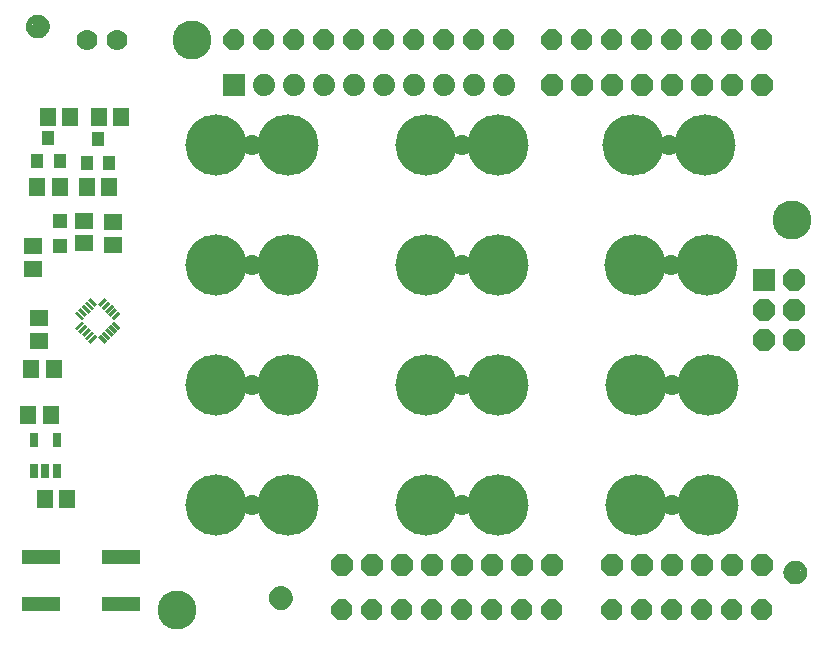
<source format=gbr>
G04 EAGLE Gerber RS-274X export*
G75*
%MOMM*%
%FSLAX34Y34*%
%LPD*%
%INSoldermask Top*%
%IPPOS*%
%AMOC8*
5,1,8,0,0,1.08239X$1,22.5*%
G01*
%ADD10C,3.301600*%
%ADD11P,1.924489X8X22.500000*%
%ADD12P,2.034460X8X22.500000*%
%ADD13R,1.879600X1.879600*%
%ADD14P,2.034460X8X292.500000*%
%ADD15C,1.879600*%
%ADD16P,2.034460X8X112.500000*%
%ADD17C,1.101600*%
%ADD18C,0.500000*%
%ADD19R,3.301600X1.301600*%
%ADD20R,0.801600X0.301600*%
%ADD21R,1.601600X1.401600*%
%ADD22R,1.401600X1.601600*%
%ADD23R,1.301600X1.301600*%
%ADD24C,5.181600*%
%ADD25C,1.778000*%
%ADD26R,0.651600X1.301600*%
%ADD27R,1.101600X1.301600*%


D10*
X152400Y508000D03*
X139700Y25400D03*
X660400Y355600D03*
D11*
X533400Y508000D03*
X508000Y25400D03*
X558800Y508000D03*
X584200Y508000D03*
X609600Y508000D03*
X635000Y508000D03*
X508000Y508000D03*
X482600Y508000D03*
X457200Y508000D03*
X416560Y508000D03*
X391160Y508000D03*
X365760Y508000D03*
X340360Y508000D03*
X314960Y508000D03*
X289560Y508000D03*
X264160Y508000D03*
X238760Y508000D03*
X533400Y25400D03*
X558800Y25400D03*
X584200Y25400D03*
X609600Y25400D03*
X635000Y25400D03*
X457200Y25400D03*
X431800Y25400D03*
X406400Y25400D03*
X381000Y25400D03*
X355600Y25400D03*
X330200Y25400D03*
X213360Y508000D03*
X187960Y508000D03*
X304800Y25400D03*
X279400Y25400D03*
D12*
X661670Y279400D03*
X636270Y279400D03*
D13*
X636270Y304800D03*
D12*
X661670Y304800D03*
X661670Y254000D03*
X636270Y254000D03*
D14*
X457200Y63500D03*
X431800Y63500D03*
X406400Y63500D03*
X381000Y63500D03*
X355600Y63500D03*
X330200Y63500D03*
X304800Y63500D03*
X279400Y63500D03*
D13*
X187960Y469900D03*
D15*
X213360Y469900D03*
X238760Y469900D03*
X264160Y469900D03*
X289560Y469900D03*
X314960Y469900D03*
X340360Y469900D03*
X365760Y469900D03*
X391160Y469900D03*
X416560Y469900D03*
D16*
X457200Y469900D03*
X482600Y469900D03*
X508000Y469900D03*
X533400Y469900D03*
X558800Y469900D03*
X584200Y469900D03*
X609600Y469900D03*
X635000Y469900D03*
D14*
X635000Y63500D03*
X609600Y63500D03*
X584200Y63500D03*
X558800Y63500D03*
X533400Y63500D03*
X508000Y63500D03*
D17*
X662940Y57150D03*
D18*
X662940Y64650D02*
X662759Y64648D01*
X662578Y64641D01*
X662397Y64630D01*
X662216Y64615D01*
X662036Y64595D01*
X661856Y64571D01*
X661677Y64543D01*
X661499Y64510D01*
X661322Y64473D01*
X661145Y64432D01*
X660970Y64387D01*
X660795Y64337D01*
X660622Y64283D01*
X660451Y64225D01*
X660280Y64163D01*
X660112Y64096D01*
X659945Y64026D01*
X659779Y63952D01*
X659616Y63873D01*
X659455Y63791D01*
X659295Y63705D01*
X659138Y63615D01*
X658983Y63521D01*
X658830Y63424D01*
X658680Y63322D01*
X658532Y63218D01*
X658386Y63109D01*
X658244Y62998D01*
X658104Y62882D01*
X657967Y62764D01*
X657832Y62642D01*
X657701Y62517D01*
X657573Y62389D01*
X657448Y62258D01*
X657326Y62123D01*
X657208Y61986D01*
X657092Y61846D01*
X656981Y61704D01*
X656872Y61558D01*
X656768Y61410D01*
X656666Y61260D01*
X656569Y61107D01*
X656475Y60952D01*
X656385Y60795D01*
X656299Y60635D01*
X656217Y60474D01*
X656138Y60311D01*
X656064Y60145D01*
X655994Y59978D01*
X655927Y59810D01*
X655865Y59639D01*
X655807Y59468D01*
X655753Y59295D01*
X655703Y59120D01*
X655658Y58945D01*
X655617Y58768D01*
X655580Y58591D01*
X655547Y58413D01*
X655519Y58234D01*
X655495Y58054D01*
X655475Y57874D01*
X655460Y57693D01*
X655449Y57512D01*
X655442Y57331D01*
X655440Y57150D01*
X662940Y64650D02*
X663121Y64648D01*
X663302Y64641D01*
X663483Y64630D01*
X663664Y64615D01*
X663844Y64595D01*
X664024Y64571D01*
X664203Y64543D01*
X664381Y64510D01*
X664558Y64473D01*
X664735Y64432D01*
X664910Y64387D01*
X665085Y64337D01*
X665258Y64283D01*
X665429Y64225D01*
X665600Y64163D01*
X665768Y64096D01*
X665935Y64026D01*
X666101Y63952D01*
X666264Y63873D01*
X666425Y63791D01*
X666585Y63705D01*
X666742Y63615D01*
X666897Y63521D01*
X667050Y63424D01*
X667200Y63322D01*
X667348Y63218D01*
X667494Y63109D01*
X667636Y62998D01*
X667776Y62882D01*
X667913Y62764D01*
X668048Y62642D01*
X668179Y62517D01*
X668307Y62389D01*
X668432Y62258D01*
X668554Y62123D01*
X668672Y61986D01*
X668788Y61846D01*
X668899Y61704D01*
X669008Y61558D01*
X669112Y61410D01*
X669214Y61260D01*
X669311Y61107D01*
X669405Y60952D01*
X669495Y60795D01*
X669581Y60635D01*
X669663Y60474D01*
X669742Y60311D01*
X669816Y60145D01*
X669886Y59978D01*
X669953Y59810D01*
X670015Y59639D01*
X670073Y59468D01*
X670127Y59295D01*
X670177Y59120D01*
X670222Y58945D01*
X670263Y58768D01*
X670300Y58591D01*
X670333Y58413D01*
X670361Y58234D01*
X670385Y58054D01*
X670405Y57874D01*
X670420Y57693D01*
X670431Y57512D01*
X670438Y57331D01*
X670440Y57150D01*
X670438Y56969D01*
X670431Y56788D01*
X670420Y56607D01*
X670405Y56426D01*
X670385Y56246D01*
X670361Y56066D01*
X670333Y55887D01*
X670300Y55709D01*
X670263Y55532D01*
X670222Y55355D01*
X670177Y55180D01*
X670127Y55005D01*
X670073Y54832D01*
X670015Y54661D01*
X669953Y54490D01*
X669886Y54322D01*
X669816Y54155D01*
X669742Y53989D01*
X669663Y53826D01*
X669581Y53665D01*
X669495Y53505D01*
X669405Y53348D01*
X669311Y53193D01*
X669214Y53040D01*
X669112Y52890D01*
X669008Y52742D01*
X668899Y52596D01*
X668788Y52454D01*
X668672Y52314D01*
X668554Y52177D01*
X668432Y52042D01*
X668307Y51911D01*
X668179Y51783D01*
X668048Y51658D01*
X667913Y51536D01*
X667776Y51418D01*
X667636Y51302D01*
X667494Y51191D01*
X667348Y51082D01*
X667200Y50978D01*
X667050Y50876D01*
X666897Y50779D01*
X666742Y50685D01*
X666585Y50595D01*
X666425Y50509D01*
X666264Y50427D01*
X666101Y50348D01*
X665935Y50274D01*
X665768Y50204D01*
X665600Y50137D01*
X665429Y50075D01*
X665258Y50017D01*
X665085Y49963D01*
X664910Y49913D01*
X664735Y49868D01*
X664558Y49827D01*
X664381Y49790D01*
X664203Y49757D01*
X664024Y49729D01*
X663844Y49705D01*
X663664Y49685D01*
X663483Y49670D01*
X663302Y49659D01*
X663121Y49652D01*
X662940Y49650D01*
X662759Y49652D01*
X662578Y49659D01*
X662397Y49670D01*
X662216Y49685D01*
X662036Y49705D01*
X661856Y49729D01*
X661677Y49757D01*
X661499Y49790D01*
X661322Y49827D01*
X661145Y49868D01*
X660970Y49913D01*
X660795Y49963D01*
X660622Y50017D01*
X660451Y50075D01*
X660280Y50137D01*
X660112Y50204D01*
X659945Y50274D01*
X659779Y50348D01*
X659616Y50427D01*
X659455Y50509D01*
X659295Y50595D01*
X659138Y50685D01*
X658983Y50779D01*
X658830Y50876D01*
X658680Y50978D01*
X658532Y51082D01*
X658386Y51191D01*
X658244Y51302D01*
X658104Y51418D01*
X657967Y51536D01*
X657832Y51658D01*
X657701Y51783D01*
X657573Y51911D01*
X657448Y52042D01*
X657326Y52177D01*
X657208Y52314D01*
X657092Y52454D01*
X656981Y52596D01*
X656872Y52742D01*
X656768Y52890D01*
X656666Y53040D01*
X656569Y53193D01*
X656475Y53348D01*
X656385Y53505D01*
X656299Y53665D01*
X656217Y53826D01*
X656138Y53989D01*
X656064Y54155D01*
X655994Y54322D01*
X655927Y54490D01*
X655865Y54661D01*
X655807Y54832D01*
X655753Y55005D01*
X655703Y55180D01*
X655658Y55355D01*
X655617Y55532D01*
X655580Y55709D01*
X655547Y55887D01*
X655519Y56066D01*
X655495Y56246D01*
X655475Y56426D01*
X655460Y56607D01*
X655449Y56788D01*
X655442Y56969D01*
X655440Y57150D01*
D17*
X21590Y519430D03*
D18*
X21590Y526930D02*
X21409Y526928D01*
X21228Y526921D01*
X21047Y526910D01*
X20866Y526895D01*
X20686Y526875D01*
X20506Y526851D01*
X20327Y526823D01*
X20149Y526790D01*
X19972Y526753D01*
X19795Y526712D01*
X19620Y526667D01*
X19445Y526617D01*
X19272Y526563D01*
X19101Y526505D01*
X18930Y526443D01*
X18762Y526376D01*
X18595Y526306D01*
X18429Y526232D01*
X18266Y526153D01*
X18105Y526071D01*
X17945Y525985D01*
X17788Y525895D01*
X17633Y525801D01*
X17480Y525704D01*
X17330Y525602D01*
X17182Y525498D01*
X17036Y525389D01*
X16894Y525278D01*
X16754Y525162D01*
X16617Y525044D01*
X16482Y524922D01*
X16351Y524797D01*
X16223Y524669D01*
X16098Y524538D01*
X15976Y524403D01*
X15858Y524266D01*
X15742Y524126D01*
X15631Y523984D01*
X15522Y523838D01*
X15418Y523690D01*
X15316Y523540D01*
X15219Y523387D01*
X15125Y523232D01*
X15035Y523075D01*
X14949Y522915D01*
X14867Y522754D01*
X14788Y522591D01*
X14714Y522425D01*
X14644Y522258D01*
X14577Y522090D01*
X14515Y521919D01*
X14457Y521748D01*
X14403Y521575D01*
X14353Y521400D01*
X14308Y521225D01*
X14267Y521048D01*
X14230Y520871D01*
X14197Y520693D01*
X14169Y520514D01*
X14145Y520334D01*
X14125Y520154D01*
X14110Y519973D01*
X14099Y519792D01*
X14092Y519611D01*
X14090Y519430D01*
X21590Y526930D02*
X21771Y526928D01*
X21952Y526921D01*
X22133Y526910D01*
X22314Y526895D01*
X22494Y526875D01*
X22674Y526851D01*
X22853Y526823D01*
X23031Y526790D01*
X23208Y526753D01*
X23385Y526712D01*
X23560Y526667D01*
X23735Y526617D01*
X23908Y526563D01*
X24079Y526505D01*
X24250Y526443D01*
X24418Y526376D01*
X24585Y526306D01*
X24751Y526232D01*
X24914Y526153D01*
X25075Y526071D01*
X25235Y525985D01*
X25392Y525895D01*
X25547Y525801D01*
X25700Y525704D01*
X25850Y525602D01*
X25998Y525498D01*
X26144Y525389D01*
X26286Y525278D01*
X26426Y525162D01*
X26563Y525044D01*
X26698Y524922D01*
X26829Y524797D01*
X26957Y524669D01*
X27082Y524538D01*
X27204Y524403D01*
X27322Y524266D01*
X27438Y524126D01*
X27549Y523984D01*
X27658Y523838D01*
X27762Y523690D01*
X27864Y523540D01*
X27961Y523387D01*
X28055Y523232D01*
X28145Y523075D01*
X28231Y522915D01*
X28313Y522754D01*
X28392Y522591D01*
X28466Y522425D01*
X28536Y522258D01*
X28603Y522090D01*
X28665Y521919D01*
X28723Y521748D01*
X28777Y521575D01*
X28827Y521400D01*
X28872Y521225D01*
X28913Y521048D01*
X28950Y520871D01*
X28983Y520693D01*
X29011Y520514D01*
X29035Y520334D01*
X29055Y520154D01*
X29070Y519973D01*
X29081Y519792D01*
X29088Y519611D01*
X29090Y519430D01*
X29088Y519249D01*
X29081Y519068D01*
X29070Y518887D01*
X29055Y518706D01*
X29035Y518526D01*
X29011Y518346D01*
X28983Y518167D01*
X28950Y517989D01*
X28913Y517812D01*
X28872Y517635D01*
X28827Y517460D01*
X28777Y517285D01*
X28723Y517112D01*
X28665Y516941D01*
X28603Y516770D01*
X28536Y516602D01*
X28466Y516435D01*
X28392Y516269D01*
X28313Y516106D01*
X28231Y515945D01*
X28145Y515785D01*
X28055Y515628D01*
X27961Y515473D01*
X27864Y515320D01*
X27762Y515170D01*
X27658Y515022D01*
X27549Y514876D01*
X27438Y514734D01*
X27322Y514594D01*
X27204Y514457D01*
X27082Y514322D01*
X26957Y514191D01*
X26829Y514063D01*
X26698Y513938D01*
X26563Y513816D01*
X26426Y513698D01*
X26286Y513582D01*
X26144Y513471D01*
X25998Y513362D01*
X25850Y513258D01*
X25700Y513156D01*
X25547Y513059D01*
X25392Y512965D01*
X25235Y512875D01*
X25075Y512789D01*
X24914Y512707D01*
X24751Y512628D01*
X24585Y512554D01*
X24418Y512484D01*
X24250Y512417D01*
X24079Y512355D01*
X23908Y512297D01*
X23735Y512243D01*
X23560Y512193D01*
X23385Y512148D01*
X23208Y512107D01*
X23031Y512070D01*
X22853Y512037D01*
X22674Y512009D01*
X22494Y511985D01*
X22314Y511965D01*
X22133Y511950D01*
X21952Y511939D01*
X21771Y511932D01*
X21590Y511930D01*
X21409Y511932D01*
X21228Y511939D01*
X21047Y511950D01*
X20866Y511965D01*
X20686Y511985D01*
X20506Y512009D01*
X20327Y512037D01*
X20149Y512070D01*
X19972Y512107D01*
X19795Y512148D01*
X19620Y512193D01*
X19445Y512243D01*
X19272Y512297D01*
X19101Y512355D01*
X18930Y512417D01*
X18762Y512484D01*
X18595Y512554D01*
X18429Y512628D01*
X18266Y512707D01*
X18105Y512789D01*
X17945Y512875D01*
X17788Y512965D01*
X17633Y513059D01*
X17480Y513156D01*
X17330Y513258D01*
X17182Y513362D01*
X17036Y513471D01*
X16894Y513582D01*
X16754Y513698D01*
X16617Y513816D01*
X16482Y513938D01*
X16351Y514063D01*
X16223Y514191D01*
X16098Y514322D01*
X15976Y514457D01*
X15858Y514594D01*
X15742Y514734D01*
X15631Y514876D01*
X15522Y515022D01*
X15418Y515170D01*
X15316Y515320D01*
X15219Y515473D01*
X15125Y515628D01*
X15035Y515785D01*
X14949Y515945D01*
X14867Y516106D01*
X14788Y516269D01*
X14714Y516435D01*
X14644Y516602D01*
X14577Y516770D01*
X14515Y516941D01*
X14457Y517112D01*
X14403Y517285D01*
X14353Y517460D01*
X14308Y517635D01*
X14267Y517812D01*
X14230Y517989D01*
X14197Y518167D01*
X14169Y518346D01*
X14145Y518526D01*
X14125Y518706D01*
X14110Y518887D01*
X14099Y519068D01*
X14092Y519249D01*
X14090Y519430D01*
D19*
X24420Y70800D03*
X92420Y70800D03*
X92420Y30800D03*
X24420Y30800D03*
D20*
G36*
X66391Y262378D02*
X60724Y256711D01*
X58591Y258844D01*
X64258Y264511D01*
X66391Y262378D01*
G37*
G36*
X69219Y259549D02*
X63552Y253882D01*
X61419Y256015D01*
X67086Y261682D01*
X69219Y259549D01*
G37*
G36*
X72047Y256721D02*
X66380Y251054D01*
X64247Y253187D01*
X69914Y258854D01*
X72047Y256721D01*
G37*
G36*
X63562Y265206D02*
X57895Y259539D01*
X55762Y261672D01*
X61429Y267339D01*
X63562Y265206D01*
G37*
G36*
X60734Y268034D02*
X55067Y262367D01*
X52934Y264500D01*
X58601Y270167D01*
X60734Y268034D01*
G37*
G36*
X80522Y264511D02*
X86189Y258844D01*
X84056Y256711D01*
X78389Y262378D01*
X80522Y264511D01*
G37*
G36*
X83351Y267339D02*
X89018Y261672D01*
X86885Y259539D01*
X81218Y265206D01*
X83351Y267339D01*
G37*
G36*
X86179Y270167D02*
X91846Y264500D01*
X89713Y262367D01*
X84046Y268034D01*
X86179Y270167D01*
G37*
G36*
X77694Y261682D02*
X83361Y256015D01*
X81228Y253882D01*
X75561Y259549D01*
X77694Y261682D01*
G37*
G36*
X74866Y258854D02*
X80533Y253187D01*
X78400Y251054D01*
X72733Y256721D01*
X74866Y258854D01*
G37*
G36*
X86189Y282176D02*
X80522Y276509D01*
X78389Y278642D01*
X84056Y284309D01*
X86189Y282176D01*
G37*
G36*
X89018Y279348D02*
X83351Y273681D01*
X81218Y275814D01*
X86885Y281481D01*
X89018Y279348D01*
G37*
G36*
X91846Y276520D02*
X86179Y270853D01*
X84046Y272986D01*
X89713Y278653D01*
X91846Y276520D01*
G37*
G36*
X83361Y285005D02*
X77694Y279338D01*
X75561Y281471D01*
X81228Y287138D01*
X83361Y285005D01*
G37*
G36*
X80533Y287833D02*
X74866Y282166D01*
X72733Y284299D01*
X78400Y289966D01*
X80533Y287833D01*
G37*
G36*
X60724Y284309D02*
X66391Y278642D01*
X64258Y276509D01*
X58591Y282176D01*
X60724Y284309D01*
G37*
G36*
X63552Y287138D02*
X69219Y281471D01*
X67086Y279338D01*
X61419Y285005D01*
X63552Y287138D01*
G37*
G36*
X66380Y289966D02*
X72047Y284299D01*
X69914Y282166D01*
X64247Y287833D01*
X66380Y289966D01*
G37*
G36*
X57895Y281481D02*
X63562Y275814D01*
X61429Y273681D01*
X55762Y279348D01*
X57895Y281481D01*
G37*
G36*
X55067Y278653D02*
X60734Y272986D01*
X58601Y270853D01*
X52934Y276520D01*
X55067Y278653D01*
G37*
D21*
X85090Y334670D03*
X85090Y353670D03*
X22860Y272390D03*
X22860Y253390D03*
D22*
X15900Y229870D03*
X34900Y229870D03*
D21*
X17780Y333350D03*
X17780Y314350D03*
D23*
X40640Y333670D03*
X40640Y354670D03*
D21*
X60960Y354940D03*
X60960Y335940D03*
D24*
X528320Y114300D03*
X589280Y114300D03*
X350520Y114300D03*
X411480Y114300D03*
X233680Y114300D03*
X172720Y114300D03*
X528320Y215900D03*
X589280Y215900D03*
X350520Y215900D03*
X411480Y215900D03*
X233680Y215900D03*
X172720Y215900D03*
X527050Y317500D03*
X588010Y317500D03*
X350520Y317500D03*
X411480Y317500D03*
X172720Y317500D03*
X233680Y317500D03*
X525780Y419100D03*
X586740Y419100D03*
X350520Y419100D03*
X411480Y419100D03*
X172720Y419100D03*
X233680Y419100D03*
D25*
X88900Y508000D03*
X203200Y419100D03*
X381000Y419100D03*
X556260Y419100D03*
X203200Y317500D03*
X381000Y317500D03*
X557530Y317500D03*
X203200Y215900D03*
X381000Y215900D03*
X558800Y215900D03*
X203200Y114300D03*
X381000Y114300D03*
X558800Y114300D03*
X63500Y508000D03*
D26*
X18440Y143209D03*
X27940Y143209D03*
X37440Y143209D03*
X37440Y169211D03*
X18440Y169211D03*
D22*
X32360Y190500D03*
X13360Y190500D03*
X46330Y119380D03*
X27330Y119380D03*
X39980Y383540D03*
X20980Y383540D03*
X81890Y383540D03*
X62890Y383540D03*
D27*
X72390Y424020D03*
X81890Y404020D03*
X62890Y404020D03*
X30480Y425290D03*
X39980Y405290D03*
X20980Y405290D03*
D22*
X73050Y443230D03*
X92050Y443230D03*
X29870Y443230D03*
X48870Y443230D03*
D17*
X227330Y35560D03*
D18*
X227330Y43060D02*
X227149Y43058D01*
X226968Y43051D01*
X226787Y43040D01*
X226606Y43025D01*
X226426Y43005D01*
X226246Y42981D01*
X226067Y42953D01*
X225889Y42920D01*
X225712Y42883D01*
X225535Y42842D01*
X225360Y42797D01*
X225185Y42747D01*
X225012Y42693D01*
X224841Y42635D01*
X224670Y42573D01*
X224502Y42506D01*
X224335Y42436D01*
X224169Y42362D01*
X224006Y42283D01*
X223845Y42201D01*
X223685Y42115D01*
X223528Y42025D01*
X223373Y41931D01*
X223220Y41834D01*
X223070Y41732D01*
X222922Y41628D01*
X222776Y41519D01*
X222634Y41408D01*
X222494Y41292D01*
X222357Y41174D01*
X222222Y41052D01*
X222091Y40927D01*
X221963Y40799D01*
X221838Y40668D01*
X221716Y40533D01*
X221598Y40396D01*
X221482Y40256D01*
X221371Y40114D01*
X221262Y39968D01*
X221158Y39820D01*
X221056Y39670D01*
X220959Y39517D01*
X220865Y39362D01*
X220775Y39205D01*
X220689Y39045D01*
X220607Y38884D01*
X220528Y38721D01*
X220454Y38555D01*
X220384Y38388D01*
X220317Y38220D01*
X220255Y38049D01*
X220197Y37878D01*
X220143Y37705D01*
X220093Y37530D01*
X220048Y37355D01*
X220007Y37178D01*
X219970Y37001D01*
X219937Y36823D01*
X219909Y36644D01*
X219885Y36464D01*
X219865Y36284D01*
X219850Y36103D01*
X219839Y35922D01*
X219832Y35741D01*
X219830Y35560D01*
X227330Y43060D02*
X227511Y43058D01*
X227692Y43051D01*
X227873Y43040D01*
X228054Y43025D01*
X228234Y43005D01*
X228414Y42981D01*
X228593Y42953D01*
X228771Y42920D01*
X228948Y42883D01*
X229125Y42842D01*
X229300Y42797D01*
X229475Y42747D01*
X229648Y42693D01*
X229819Y42635D01*
X229990Y42573D01*
X230158Y42506D01*
X230325Y42436D01*
X230491Y42362D01*
X230654Y42283D01*
X230815Y42201D01*
X230975Y42115D01*
X231132Y42025D01*
X231287Y41931D01*
X231440Y41834D01*
X231590Y41732D01*
X231738Y41628D01*
X231884Y41519D01*
X232026Y41408D01*
X232166Y41292D01*
X232303Y41174D01*
X232438Y41052D01*
X232569Y40927D01*
X232697Y40799D01*
X232822Y40668D01*
X232944Y40533D01*
X233062Y40396D01*
X233178Y40256D01*
X233289Y40114D01*
X233398Y39968D01*
X233502Y39820D01*
X233604Y39670D01*
X233701Y39517D01*
X233795Y39362D01*
X233885Y39205D01*
X233971Y39045D01*
X234053Y38884D01*
X234132Y38721D01*
X234206Y38555D01*
X234276Y38388D01*
X234343Y38220D01*
X234405Y38049D01*
X234463Y37878D01*
X234517Y37705D01*
X234567Y37530D01*
X234612Y37355D01*
X234653Y37178D01*
X234690Y37001D01*
X234723Y36823D01*
X234751Y36644D01*
X234775Y36464D01*
X234795Y36284D01*
X234810Y36103D01*
X234821Y35922D01*
X234828Y35741D01*
X234830Y35560D01*
X234828Y35379D01*
X234821Y35198D01*
X234810Y35017D01*
X234795Y34836D01*
X234775Y34656D01*
X234751Y34476D01*
X234723Y34297D01*
X234690Y34119D01*
X234653Y33942D01*
X234612Y33765D01*
X234567Y33590D01*
X234517Y33415D01*
X234463Y33242D01*
X234405Y33071D01*
X234343Y32900D01*
X234276Y32732D01*
X234206Y32565D01*
X234132Y32399D01*
X234053Y32236D01*
X233971Y32075D01*
X233885Y31915D01*
X233795Y31758D01*
X233701Y31603D01*
X233604Y31450D01*
X233502Y31300D01*
X233398Y31152D01*
X233289Y31006D01*
X233178Y30864D01*
X233062Y30724D01*
X232944Y30587D01*
X232822Y30452D01*
X232697Y30321D01*
X232569Y30193D01*
X232438Y30068D01*
X232303Y29946D01*
X232166Y29828D01*
X232026Y29712D01*
X231884Y29601D01*
X231738Y29492D01*
X231590Y29388D01*
X231440Y29286D01*
X231287Y29189D01*
X231132Y29095D01*
X230975Y29005D01*
X230815Y28919D01*
X230654Y28837D01*
X230491Y28758D01*
X230325Y28684D01*
X230158Y28614D01*
X229990Y28547D01*
X229819Y28485D01*
X229648Y28427D01*
X229475Y28373D01*
X229300Y28323D01*
X229125Y28278D01*
X228948Y28237D01*
X228771Y28200D01*
X228593Y28167D01*
X228414Y28139D01*
X228234Y28115D01*
X228054Y28095D01*
X227873Y28080D01*
X227692Y28069D01*
X227511Y28062D01*
X227330Y28060D01*
X227149Y28062D01*
X226968Y28069D01*
X226787Y28080D01*
X226606Y28095D01*
X226426Y28115D01*
X226246Y28139D01*
X226067Y28167D01*
X225889Y28200D01*
X225712Y28237D01*
X225535Y28278D01*
X225360Y28323D01*
X225185Y28373D01*
X225012Y28427D01*
X224841Y28485D01*
X224670Y28547D01*
X224502Y28614D01*
X224335Y28684D01*
X224169Y28758D01*
X224006Y28837D01*
X223845Y28919D01*
X223685Y29005D01*
X223528Y29095D01*
X223373Y29189D01*
X223220Y29286D01*
X223070Y29388D01*
X222922Y29492D01*
X222776Y29601D01*
X222634Y29712D01*
X222494Y29828D01*
X222357Y29946D01*
X222222Y30068D01*
X222091Y30193D01*
X221963Y30321D01*
X221838Y30452D01*
X221716Y30587D01*
X221598Y30724D01*
X221482Y30864D01*
X221371Y31006D01*
X221262Y31152D01*
X221158Y31300D01*
X221056Y31450D01*
X220959Y31603D01*
X220865Y31758D01*
X220775Y31915D01*
X220689Y32075D01*
X220607Y32236D01*
X220528Y32399D01*
X220454Y32565D01*
X220384Y32732D01*
X220317Y32900D01*
X220255Y33071D01*
X220197Y33242D01*
X220143Y33415D01*
X220093Y33590D01*
X220048Y33765D01*
X220007Y33942D01*
X219970Y34119D01*
X219937Y34297D01*
X219909Y34476D01*
X219885Y34656D01*
X219865Y34836D01*
X219850Y35017D01*
X219839Y35198D01*
X219832Y35379D01*
X219830Y35560D01*
M02*

</source>
